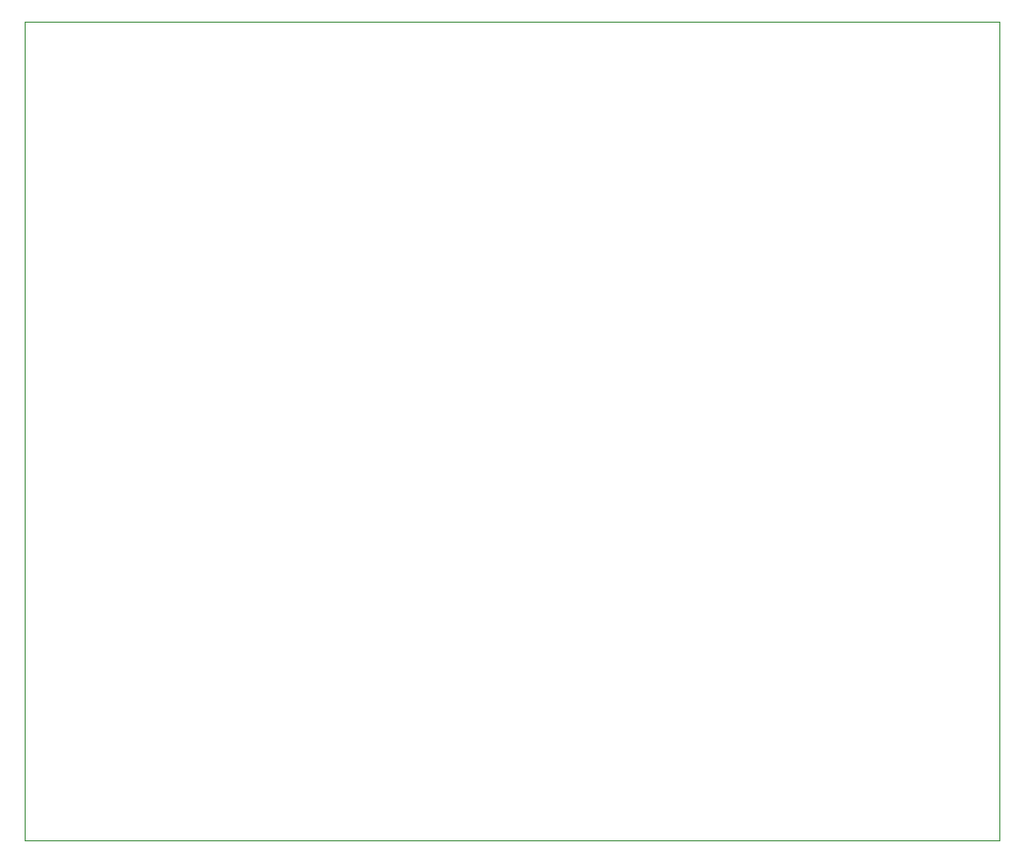
<source format=gbr>
%TF.GenerationSoftware,KiCad,Pcbnew,(5.1.9-0-10_14)*%
%TF.CreationDate,2021-04-19T11:13:06-04:00*%
%TF.ProjectId,DISPLAY,44495350-4c41-4592-9e6b-696361645f70,rev?*%
%TF.SameCoordinates,Original*%
%TF.FileFunction,Profile,NP*%
%FSLAX46Y46*%
G04 Gerber Fmt 4.6, Leading zero omitted, Abs format (unit mm)*
G04 Created by KiCad (PCBNEW (5.1.9-0-10_14)) date 2021-04-19 11:13:06*
%MOMM*%
%LPD*%
G01*
G04 APERTURE LIST*
%TA.AperFunction,Profile*%
%ADD10C,0.100000*%
%TD*%
G04 APERTURE END LIST*
D10*
X148336000Y-120142000D02*
X148336000Y-49784000D01*
X232029000Y-120142000D02*
X232029000Y-49784000D01*
X148336000Y-120142000D02*
X232029000Y-120142000D01*
X148336000Y-49784000D02*
X232029000Y-49784000D01*
M02*

</source>
